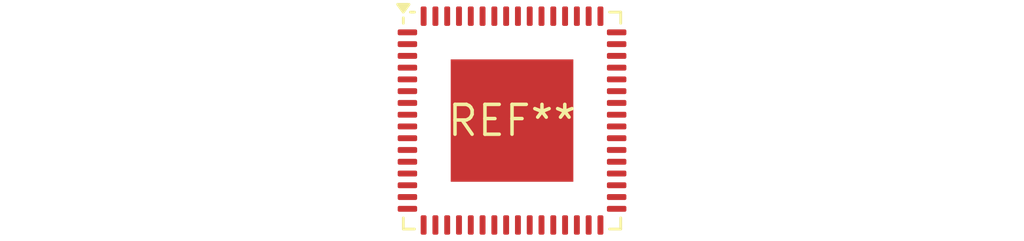
<source format=kicad_pcb>
(kicad_pcb (version 20240108) (generator pcbnew)
  (layers (0 "F.Cu" signal) (31 "B.Cu" signal) (34 "B.Paste" user) (35 "F.Paste" user) (36 "B.SilkS" user "B.Silkscreen") (37 "F.SilkS" user "F.Silkscreen") (38 "B.Mask" user) (39 "F.Mask" user) (44 "Edge.Cuts" user))
  (net 0 "")
  (footprint "QFN-64-1EP_9x9mm_P0.5mm_EP5.2x5.2mm" (layer "F.Cu") (at 0 0)
    (property "Reference" "REF**")
    (property "Value" "QFN-64-1EP_9x9mm_P0.5mm_EP5.2x5.2mm")
    (fp_line (start -4.61 -4.135) (end -4.61 -4.37) (layer "F.SilkS") (stroke (width 0.12)))
    (fp_line (start -4.61 4.61) (end -4.61 4.135) (layer "F.SilkS") (stroke (width 0.12)))
    (fp_line (start -4.135 -4.61) (end -4.31 -4.61) (layer "F.SilkS") (stroke (width 0.12)))
    (fp_line (start -4.135 4.61) (end -4.61 4.61) (layer "F.SilkS") (stroke (width 0.12)))
    (fp_line (start 4.135 -4.61) (end 4.61 -4.61) (layer "F.SilkS") (stroke (width 0.12)))
    (fp_line (start 4.135 4.61) (end 4.61 4.61) (layer "F.SilkS") (stroke (width 0.12)))
    (fp_line (start 4.61 -4.61) (end 4.61 -4.135) (layer "F.SilkS") (stroke (width 0.12)))
    (fp_line (start 4.61 4.61) (end 4.61 4.135) (layer "F.SilkS") (stroke (width 0.12)))
    (fp_poly (pts (xy -4.61 -4.61) (xy -4.85 -4.94) (xy -4.37 -4.94) (xy -4.61 -4.61)) (layer "F.SilkS") (stroke (width 0.12)) (fill solid))
    (pad "1" smd roundrect (at -4.4375 -3.75) (size 0.825 0.25) (layers "F.Cu" "F.Paste" "F.Mask"))
    (pad "2" smd roundrect (at -4.4375 -3.25) (size 0.825 0.25) (layers "F.Cu" "F.Paste" "F.Mask"))
    (pad "3" smd roundrect (at -4.4375 -2.75) (size 0.825 0.25) (layers "F.Cu" "F.Paste" "F.Mask"))
    (pad "4" smd roundrect (at -4.4375 -2.25) (size 0.825 0.25) (layers "F.Cu" "F.Paste" "F.Mask"))
    (pad "5" smd roundrect (at -4.4375 -1.75) (size 0.825 0.25) (layers "F.Cu" "F.Paste" "F.Mask"))
    (pad "6" smd roundrect (at -4.4375 -1.25) (size 0.825 0.25) (layers "F.Cu" "F.Paste" "F.Mask"))
    (pad "7" smd roundrect (at -4.4375 -0.75) (size 0.825 0.25) (layers "F.Cu" "F.Paste" "F.Mask"))
    (pad "8" smd roundrect (at -4.4375 -0.25) (size 0.825 0.25) (layers "F.Cu" "F.Paste" "F.Mask"))
    (pad "9" smd roundrect (at -4.4375 0.25) (size 0.825 0.25) (layers "F.Cu" "F.Paste" "F.Mask"))
    (pad "10" smd roundrect (at -4.4375 0.75) (size 0.825 0.25) (layers "F.Cu" "F.Paste" "F.Mask"))
    (pad "11" smd roundrect (at -4.4375 1.25) (size 0.825 0.25) (layers "F.Cu" "F.Paste" "F.Mask"))
    (pad "12" smd roundrect (at -4.4375 1.75) (size 0.825 0.25) (layers "F.Cu" "F.Paste" "F.Mask"))
    (pad "13" smd roundrect (at -4.4375 2.25) (size 0.825 0.25) (layers "F.Cu" "F.Paste" "F.Mask"))
    (pad "14" smd roundrect (at -4.4375 2.75) (size 0.825 0.25) (layers "F.Cu" "F.Paste" "F.Mask"))
    (pad "15" smd roundrect (at -4.4375 3.25) (size 0.825 0.25) (layers "F.Cu" "F.Paste" "F.Mask"))
    (pad "16" smd roundrect (at -4.4375 3.75) (size 0.825 0.25) (layers "F.Cu" "F.Paste" "F.Mask"))
    (pad "17" smd roundrect (at -3.75 4.4375) (size 0.25 0.825) (layers "F.Cu" "F.Paste" "F.Mask"))
    (pad "18" smd roundrect (at -3.25 4.4375) (size 0.25 0.825) (layers "F.Cu" "F.Paste" "F.Mask"))
    (pad "19" smd roundrect (at -2.75 4.4375) (size 0.25 0.825) (layers "F.Cu" "F.Paste" "F.Mask"))
    (pad "20" smd roundrect (at -2.25 4.4375) (size 0.25 0.825) (layers "F.Cu" "F.Paste" "F.Mask"))
    (pad "21" smd roundrect (at -1.75 4.4375) (size 0.25 0.825) (layers "F.Cu" "F.Paste" "F.Mask"))
    (pad "22" smd roundrect (at -1.25 4.4375) (size 0.25 0.825) (layers "F.Cu" "F.Paste" "F.Mask"))
    (pad "23" smd roundrect (at -0.75 4.4375) (size 0.25 0.825) (layers "F.Cu" "F.Paste" "F.Mask"))
    (pad "24" smd roundrect (at -0.25 4.4375) (size 0.25 0.825) (layers "F.Cu" "F.Paste" "F.Mask"))
    (pad "25" smd roundrect (at 0.25 4.4375) (size 0.25 0.825) (layers "F.Cu" "F.Paste" "F.Mask"))
    (pad "26" smd roundrect (at 0.75 4.4375) (size 0.25 0.825) (layers "F.Cu" "F.Paste" "F.Mask"))
    (pad "27" smd roundrect (at 1.25 4.4375) (size 0.25 0.825) (layers "F.Cu" "F.Paste" "F.Mask"))
    (pad "28" smd roundrect (at 1.75 4.4375) (size 0.25 0.825) (layers "F.Cu" "F.Paste" "F.Mask"))
    (pad "29" smd roundrect (at 2.25 4.4375) (size 0.25 0.825) (layers "F.Cu" "F.Paste" "F.Mask"))
    (pad "30" smd roundrect (at 2.75 4.4375) (size 0.25 0.825) (layers "F.Cu" "F.Paste" "F.Mask"))
    (pad "31" smd roundrect (at 3.25 4.4375) (size 0.25 0.825) (layers "F.Cu" "F.Paste" "F.Mask"))
    (pad "32" smd roundrect (at 3.75 4.4375) (size 0.25 0.825) (layers "F.Cu" "F.Paste" "F.Mask"))
    (pad "33" smd roundrect (at 4.4375 3.75) (size 0.825 0.25) (layers "F.Cu" "F.Paste" "F.Mask"))
    (pad "34" smd roundrect (at 4.4375 3.25) (size 0.825 0.25) (layers "F.Cu" "F.Paste" "F.Mask"))
    (pad "35" smd roundrect (at 4.4375 2.75) (size 0.825 0.25) (layers "F.Cu" "F.Paste" "F.Mask"))
    (pad "36" smd roundrect (at 4.4375 2.25) (size 0.825 0.25) (layers "F.Cu" "F.Paste" "F.Mask"))
    (pad "37" smd roundrect (at 4.4375 1.75) (size 0.825 0.25) (layers "F.Cu" "F.Paste" "F.Mask"))
    (pad "38" smd roundrect (at 4.4375 1.25) (size 0.825 0.25) (layers "F.Cu" "F.Paste" "F.Mask"))
    (pad "39" smd roundrect (at 4.4375 0.75) (size 0.825 0.25) (layers "F.Cu" "F.Paste" "F.Mask"))
    (pad "40" smd roundrect (at 4.4375 0.25) (size 0.825 0.25) (layers "F.Cu" "F.Paste" "F.Mask"))
    (pad "41" smd roundrect (at 4.4375 -0.25) (size 0.825 0.25) (layers "F.Cu" "F.Paste" "F.Mask"))
    (pad "42" smd roundrect (at 4.4375 -0.75) (size 0.825 0.25) (layers "F.Cu" "F.Paste" "F.Mask"))
    (pad "43" smd roundrect (at 4.4375 -1.25) (size 0.825 0.25) (layers "F.Cu" "F.Paste" "F.Mask"))
    (pad "44" smd roundrect (at 4.4375 -1.75) (size 0.825 0.25) (layers "F.Cu" "F.Paste" "F.Mask"))
    (pad "45" smd roundrect (at 4.4375 -2.25) (size 0.825 0.25) (layers "F.Cu" "F.Paste" "F.Mask"))
    (pad "46" smd roundrect (at 4.4375 -2.75) (size 0.825 0.25) (layers "F.Cu" "F.Paste" "F.Mask"))
    (pad "47" smd roundrect (at 4.4375 -3.25) (size 0.825 0.25) (layers "F.Cu" "F.Paste" "F.Mask"))
    (pad "48" smd roundrect (at 4.4375 -3.75) (size 0.825 0.25) (layers "F.Cu" "F.Paste" "F.Mask"))
    (pad "49" smd roundrect (at 3.75 -4.4375) (size 0.25 0.825) (layers "F.Cu" "F.Paste" "F.Mask"))
    (pad "50" smd roundrect (at 3.25 -4.4375) (size 0.25 0.825) (layers "F.Cu" "F.Paste" "F.Mask"))
    (pad "51" smd roundrect (at 2.75 -4.4375) (size 0.25 0.825) (layers "F.Cu" "F.Paste" "F.Mask"))
    (pad "52" smd roundrect (at 2.25 -4.4375) (size 0.25 0.825) (layers "F.Cu" "F.Paste" "F.Mask"))
    (pad "53" smd roundrect (at 1.75 -4.4375) (size 0.25 0.825) (layers "F.Cu" "F.Paste" "F.Mask"))
    (pad "54" smd roundrect (at 1.25 -4.4375) (size 0.25 0.825) (layers "F.Cu" "F.Paste" "F.Mask"))
    (pad "55" smd roundrect (at 0.75 -4.4375) (size 0.25 0.825) (layers "F.Cu" "F.Paste" "F.Mask"))
    (pad "56" smd roundrect (at 0.25 -4.4375) (size 0.25 0.825) (layers "F.Cu" "F.Paste" "F.Mask"))
    (pad "57" smd roundrect (at -0.25 -4.4375) (size 0.25 0.825) (layers "F.Cu" "F.Paste" "F.Mask"))
    (pad "58" smd roundrect (at -0.75 -4.4375) (size 0.25 0.825) (layers "F.Cu" "F.Paste" "F.Mask"))
    (pad "59" smd roundrect (at -1.25 -4.4375) (size 0.25 0.825) (layers "F.Cu" "F.Paste" "F.Mask"))
    (pad "60" smd roundrect (at -1.75 -4.4375) (size 0.25 0.825) (layers "F.Cu" "F.Paste" "F.Mask"))
    (pad "61" smd roundrect (at -2.25 -4.4375) (size 0.25 0.825) (layers "F.Cu" "F.Paste" "F.Mask"))
    (pad "62" smd roundrect (at -2.75 -4.4375) (size 0.25 0.825) (layers "F.Cu" "F.Paste" "F.Mask"))
    (pad "63" smd roundrect (at -3.25 -4.4375) (size 0.25 0.825) (layers "F.Cu" "F.Paste" "F.Mask"))
    (pad "64" smd roundrect (at -3.75 -4.4375) (size 0.25 0.825) (layers "F.Cu" "F.Paste" "F.Mask"))
    (pad "65" smd rect (at 0 0) (size 5.2 5.2) (property pad_prop_heatsink) (layers "F.Cu" "F.Mask"))
  )
)
</source>
